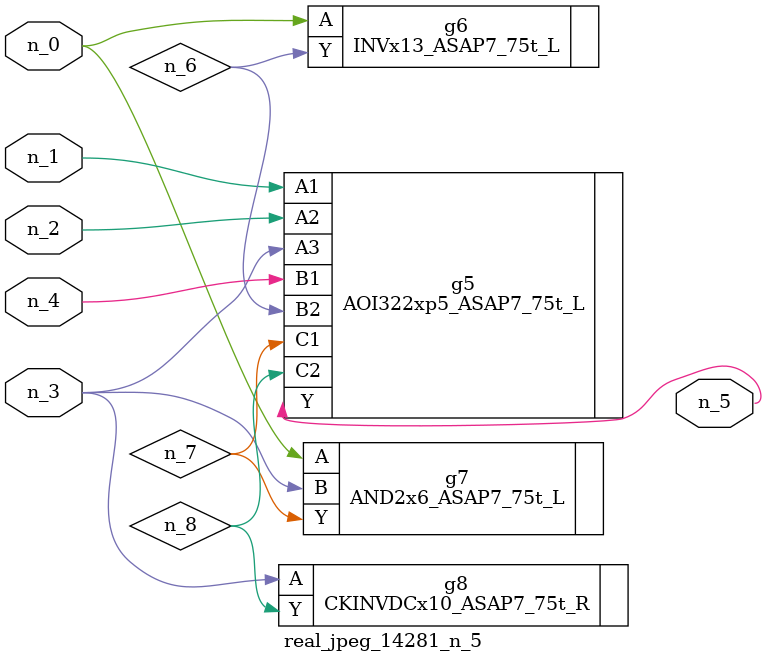
<source format=v>
module real_jpeg_14281_n_5 (n_4, n_0, n_1, n_2, n_3, n_5);

input n_4;
input n_0;
input n_1;
input n_2;
input n_3;

output n_5;

wire n_8;
wire n_6;
wire n_7;

INVx13_ASAP7_75t_L g6 ( 
.A(n_0),
.Y(n_6)
);

AND2x6_ASAP7_75t_L g7 ( 
.A(n_0),
.B(n_3),
.Y(n_7)
);

AOI322xp5_ASAP7_75t_L g5 ( 
.A1(n_1),
.A2(n_2),
.A3(n_3),
.B1(n_4),
.B2(n_6),
.C1(n_7),
.C2(n_8),
.Y(n_5)
);

CKINVDCx10_ASAP7_75t_R g8 ( 
.A(n_3),
.Y(n_8)
);


endmodule
</source>
